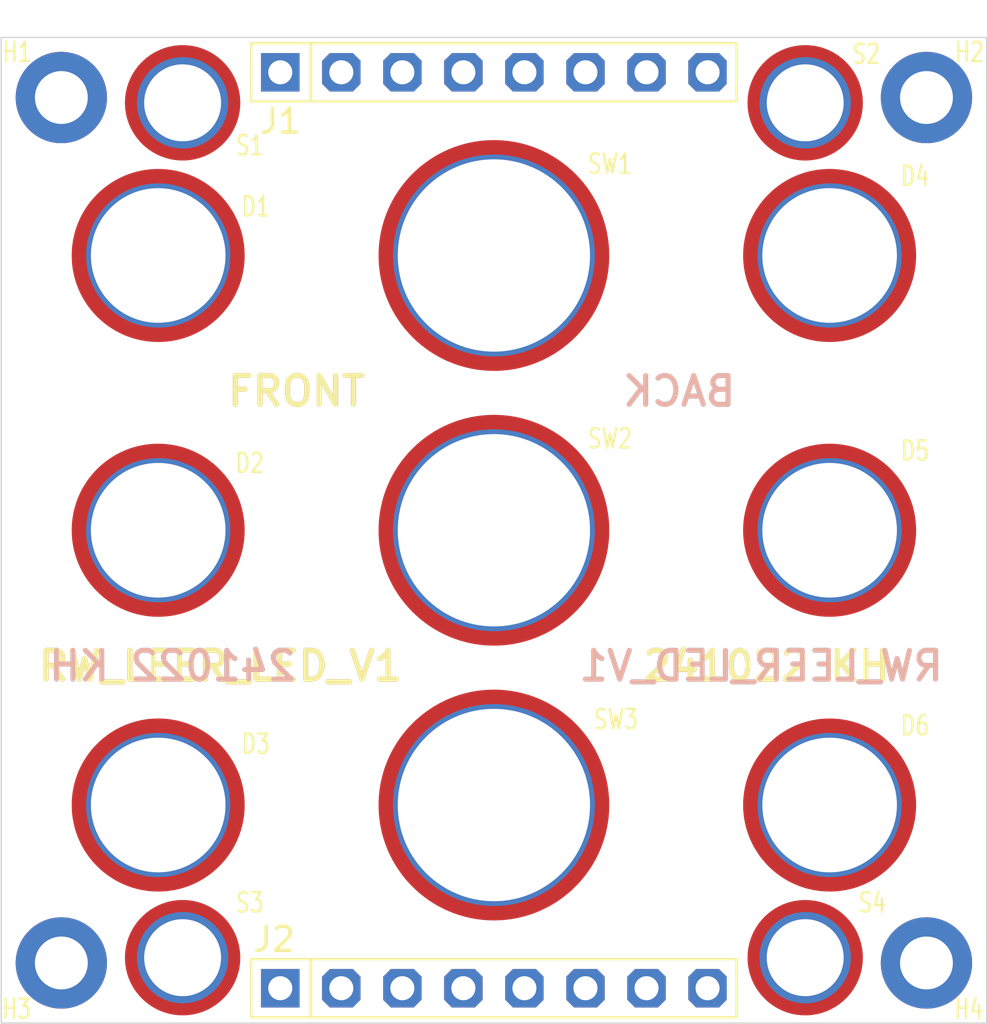
<source format=kicad_pcb>
(kicad_pcb (version 20240108) (generator "pcbnew") (generator_version "8.0")
  (layers (0 "F.Cu" signal) (31 "B.Cu" signal) (34 "B.Paste" user) (35 "F.Paste" user) (36 "B.SilkS" user "B.Silkscreen") (37 "F.SilkS" user "F.Silkscreen") (38 "B.Mask" user) (39 "F.Mask" user) (44 "Edge.Cuts" user))
  (net 0 "")
  (footprint "_kh_library:MountingHole_2.2mm_M2_Pad_TopBottom_kh" (layer "F.Cu") (at 34.07 26.45)
    (property "Reference" "H1" (at -1.8374 -1.8882 0) (layer "F.SilkS") (effects (font (size 0.8 0.6) (thickness 0.1) (bold yes))))
    (property "Value" "MountingHole" (hide yes))
    (pad "1" thru_hole circle (at 0 0) (size 2.6 2.6) (drill 2.2) (layers "*.Cu" "*.Mask"))
    (pad "1" connect circle (at 0 0) (size 3.8 3.8) (layers "F.Cu" "F.Mask"))
    (pad "1" connect circle (at 0 0) (size 3.8 3.8) (layers "B.Cu" "B.Mask"))
  )
  (footprint "_kh_library:MountingHole_2.2mm_M2_Pad_TopBottom_kh" (layer "F.Cu") (at 34.07 62.45)
    (property "Reference" "H3" (at -1.8628 1.9136 0) (layer "F.SilkS") (effects (font (size 0.8 0.6) (thickness 0.1) (bold yes))))
    (property "Value" "MountingHole" (hide yes))
    (pad "1" thru_hole circle (at 0 0) (size 2.6 2.6) (drill 2.2) (layers "*.Cu" "*.Mask"))
    (pad "1" connect circle (at 0 0) (size 3.8 3.8) (layers "F.Cu" "F.Mask"))
    (pad "1" connect circle (at 0 0) (size 3.8 3.8) (layers "B.Cu" "B.Mask"))
  )
  (footprint "_kh_library:Hole_5.6mm_Pad_TopBottom_kh" (layer "F.Cu") (at 66.04 33.02)
    (property "Reference" "D4" (at 3.556 -3.302 0) (layer "F.SilkS") (effects (font (size 0.8 0.6) (thickness 0.1) (bold yes))))
    (property "Value" "Hole" (hide yes))
    (pad "1" connect circle (at 0 0) (size 3.8 3.8) (layers "B.Cu" "B.Mask"))
    (pad "1" thru_hole circle (at 0 0) (size 6 6) (drill 5.6) (layers "*.Cu" "*.Mask"))
    (pad "1" connect circle (at 0 0) (size 7.2 7.2) (layers "F.Cu" "F.Mask"))
  )
  (footprint "_kh_library:Hole_3.2mm_M3_Pad_TopBottom_kh" (layer "F.Cu") (at 39.116 26.67)
    (property "Reference" "S1" (at 2.794 1.778 0) (layer "F.SilkS") (effects (font (size 0.8 0.6) (thickness 0.1) (bold yes))))
    (property "Value" "MountingHole" (hide yes))
    (pad "1" thru_hole circle (at 0 0) (size 3.6 3.6) (drill 3.2) (layers "*.Cu" "*.Mask"))
    (pad "1" connect circle (at 0 0) (size 3.8 3.8) (layers "B.Cu" "B.Mask"))
    (pad "1" connect circle (at 0 0) (size 4.8 4.8) (layers "F.Cu" "F.Mask"))
  )
  (footprint "_kh_library:Hole_5.6mm_Pad_TopBottom_kh" (layer "F.Cu") (at 38.1 33.02)
    (property "Reference" "D1" (at 4.064 -2.032 0) (layer "F.SilkS") (effects (font (size 0.8 0.6) (thickness 0.1) (bold yes))))
    (property "Value" "Hole" (hide yes))
    (pad "1" connect circle (at 0 0) (size 3.8 3.8) (layers "B.Cu" "B.Mask"))
    (pad "1" thru_hole circle (at 0 0) (size 6 6) (drill 5.6) (layers "*.Cu" "*.Mask"))
    (pad "1" connect circle (at 0 0) (size 7.2 7.2) (layers "F.Cu" "F.Mask"))
  )
  (footprint "_kh_library:MountingHole_2.2mm_M2_Pad_TopBottom_kh" (layer "F.Cu") (at 70.07 62.45)
    (property "Reference" "H4" (at 1.7612 1.9136 0) (layer "F.SilkS") (effects (font (size 0.8 0.6) (thickness 0.1) (bold yes))))
    (property "Value" "MountingHole" (hide yes))
    (pad "1" thru_hole circle (at 0 0) (size 2.6 2.6) (drill 2.2) (layers "*.Cu" "*.Mask"))
    (pad "1" connect circle (at 0 0) (size 3.8 3.8) (layers "F.Cu" "F.Mask"))
    (pad "1" connect circle (at 0 0) (size 3.8 3.8) (layers "B.Cu" "B.Mask"))
  )
  (footprint "_kh_library:Hole_3.2mm_M3_Pad_TopBottom_kh" (layer "F.Cu") (at 65.024 62.23)
    (property "Reference" "S4" (at 2.794 -2.286 0) (layer "F.SilkS") (effects (font (size 0.8 0.6) (thickness 0.1) (bold yes))))
    (property "Value" "MountingHole" (hide yes))
    (pad "1" thru_hole circle (at 0 0) (size 3.6 3.6) (drill 3.2) (layers "*.Cu" "*.Mask"))
    (pad "1" connect circle (at 0 0) (size 3.8 3.8) (layers "B.Cu" "B.Mask"))
    (pad "1" connect circle (at 0 0) (size 4.8 4.8) (layers "F.Cu" "F.Mask"))
  )
  (footprint "_kh_library:Hole_5.6mm_Pad_TopBottom_kh" (layer "F.Cu") (at 66.04 44.45)
    (property "Reference" "D5" (at 3.556 -3.302 0) (layer "F.SilkS") (effects (font (size 0.8 0.6) (thickness 0.1) (bold yes))))
    (property "Value" "Hole" (hide yes))
    (pad "1" connect circle (at 0 0) (size 3.8 3.8) (layers "B.Cu" "B.Mask"))
    (pad "1" thru_hole circle (at 0 0) (size 6 6) (drill 5.6) (layers "*.Cu" "*.Mask"))
    (pad "1" connect circle (at 0 0) (size 7.2 7.2) (layers "F.Cu" "F.Mask"))
  )
  (footprint "_kh_library:Hole_5.6mm_Pad_TopBottom_kh" (layer "F.Cu") (at 38.1 55.88)
    (property "Reference" "D3" (at 4.064 -2.54 0) (layer "F.SilkS") (effects (font (size 0.8 0.6) (thickness 0.1) (bold yes))))
    (property "Value" "Hole" (hide yes))
    (pad "1" connect circle (at 0 0) (size 3.8 3.8) (layers "B.Cu" "B.Mask"))
    (pad "1" thru_hole circle (at 0 0) (size 6 6) (drill 5.6) (layers "*.Cu" "*.Mask"))
    (pad "1" connect circle (at 0 0) (size 7.2 7.2) (layers "F.Cu" "F.Mask"))
  )
  (footprint "_kh_library:PinSocket_1x08_P2.54mm_Vertical_kh" (layer "F.Cu") (at 43.18 25.4 90)
    (property "Reference" "J1" (at -2.032 0 0) (layer "F.SilkS"))
    (property "Value" "Conn_01x08_Pin")
    (fp_line (start -1.21 1.27) (end 1.21 1.27) (stroke (width 0.12)) (layer "F.SilkS"))
    (fp_rect (start -1.21 -1.21) (end 1.21 18.99) (stroke (width 0.1)) (fill none) (layer "F.SilkS"))
    (pad "1" thru_hole rect (at 0 0 90) (size 1.6 1.6) (drill 1) (layers "*.Cu" "*.Mask"))
    (pad "2" thru_hole roundrect (at 0 2.54 90) (size 1.6 1.6) (drill 1) (layers "*.Cu" "*.Mask") (roundrect_rratio 0) (chamfer_ratio 0.2) (chamfer top_left top_right bottom_left bottom_right))
    (pad "3" thru_hole roundrect (at 0 5.08 90) (size 1.6 1.6) (drill 1) (layers "*.Cu" "*.Mask") (roundrect_rratio 0) (chamfer_ratio 0.2) (chamfer top_left top_right bottom_left bottom_right))
    (pad "4" thru_hole roundrect (at 0 7.62 90) (size 1.6 1.6) (drill 1) (layers "*.Cu" "*.Mask") (roundrect_rratio 0) (chamfer_ratio 0.2) (chamfer top_left top_right bottom_left bottom_right))
    (pad "5" thru_hole roundrect (at 0 10.16 90) (size 1.6 1.6) (drill 1) (layers "*.Cu" "*.Mask") (roundrect_rratio 0) (chamfer_ratio 0.2) (chamfer top_left top_right bottom_left bottom_right))
    (pad "6" thru_hole roundrect (at 0 12.7 90) (size 1.6 1.6) (drill 1) (layers "*.Cu" "*.Mask") (roundrect_rratio 0) (chamfer_ratio 0.2) (chamfer top_left top_right bottom_left bottom_right))
    (pad "7" thru_hole roundrect (at 0 15.24 90) (size 1.6 1.6) (drill 1) (layers "*.Cu" "*.Mask") (roundrect_rratio 0) (chamfer_ratio 0.2) (chamfer top_left top_right bottom_left bottom_right))
    (pad "8" thru_hole roundrect (at 0 17.78 90) (size 1.6 1.6) (drill 1) (layers "*.Cu" "*.Mask") (roundrect_rratio 0) (chamfer_ratio 0.2) (chamfer top_left top_right bottom_left bottom_right))
  )
  (footprint "_kh_library:Hole_3.2mm_M3_Pad_TopBottom_kh" (layer "F.Cu") (at 39.116 62.23)
    (property "Reference" "S3" (at 2.794 -2.286 0) (layer "F.SilkS") (effects (font (size 0.8 0.6) (thickness 0.1) (bold yes))))
    (property "Value" "MountingHole" (hide yes))
    (pad "1" thru_hole circle (at 0 0) (size 3.6 3.6) (drill 3.2) (layers "*.Cu" "*.Mask"))
    (pad "1" connect circle (at 0 0) (size 3.8 3.8) (layers "B.Cu" "B.Mask"))
    (pad "1" connect circle (at 0 0) (size 4.8 4.8) (layers "F.Cu" "F.Mask"))
  )
  (footprint "_kh_library:MountingHole_2.2mm_M2_Pad_TopBottom_kh" (layer "F.Cu") (at 70.07 26.45)
    (property "Reference" "H2" (at 1.7866 -1.8882 0) (layer "F.SilkS") (effects (font (size 0.8 0.6) (thickness 0.1) (bold yes))))
    (property "Value" "MountingHole" (hide yes))
    (pad "1" thru_hole circle (at 0 0) (size 2.6 2.6) (drill 2.2) (layers "*.Cu" "*.Mask"))
    (pad "1" connect circle (at 0 0) (size 3.8 3.8) (layers "F.Cu" "F.Mask"))
    (pad "1" connect circle (at 0 0) (size 3.8 3.8) (layers "B.Cu" "B.Mask"))
  )
  (footprint "_kh_library:Hole_3.2mm_M3_Pad_TopBottom_kh" (layer "F.Cu") (at 65.024 26.67)
    (property "Reference" "S2" (at 2.54 -2.032 0) (layer "F.SilkS") (effects (font (size 0.8 0.6) (thickness 0.1) (bold yes))))
    (property "Value" "MountingHole" (hide yes))
    (pad "1" thru_hole circle (at 0 0) (size 3.6 3.6) (drill 3.2) (layers "*.Cu" "*.Mask"))
    (pad "1" connect circle (at 0 0) (size 3.8 3.8) (layers "B.Cu" "B.Mask"))
    (pad "1" connect circle (at 0 0) (size 4.8 4.8) (layers "F.Cu" "F.Mask"))
  )
  (footprint "_kh_library:PinSocket_1x08_P2.54mm_Vertical_kh" (layer "F.Cu") (at 43.18 63.5 90)
    (property "Reference" "J2" (at 2.032 -0.254 180) (layer "F.SilkS"))
    (property "Value" "Conn_01x08_Pin" (hide yes))
    (fp_line (start -1.21 1.27) (end 1.21 1.27) (stroke (width 0.12)) (layer "F.SilkS"))
    (fp_rect (start -1.21 -1.21) (end 1.21 18.99) (stroke (width 0.1)) (fill none) (layer "F.SilkS"))
    (pad "1" thru_hole rect (at 0 0 90) (size 1.6 1.6) (drill 1) (layers "*.Cu" "*.Mask"))
    (pad "2" thru_hole roundrect (at 0 2.54 90) (size 1.6 1.6) (drill 1) (layers "*.Cu" "*.Mask") (roundrect_rratio 0) (chamfer_ratio 0.2) (chamfer top_left top_right bottom_left bottom_right))
    (pad "3" thru_hole roundrect (at 0 5.08 90) (size 1.6 1.6) (drill 1) (layers "*.Cu" "*.Mask") (roundrect_rratio 0) (chamfer_ratio 0.2) (chamfer top_left top_right bottom_left bottom_right))
    (pad "4" thru_hole roundrect (at 0 7.62 90) (size 1.6 1.6) (drill 1) (layers "*.Cu" "*.Mask") (roundrect_rratio 0) (chamfer_ratio 0.2) (chamfer top_left top_right bottom_left bottom_right))
    (pad "5" thru_hole roundrect (at 0 10.16 90) (size 1.6 1.6) (drill 1) (layers "*.Cu" "*.Mask") (roundrect_rratio 0) (chamfer_ratio 0.2) (chamfer top_left top_right bottom_left bottom_right))
    (pad "6" thru_hole roundrect (at 0 12.7 90) (size 1.6 1.6) (drill 1) (layers "*.Cu" "*.Mask") (roundrect_rratio 0) (chamfer_ratio 0.2) (chamfer top_left top_right bottom_left bottom_right))
    (pad "7" thru_hole roundrect (at 0 15.24 90) (size 1.6 1.6) (drill 1) (layers "*.Cu" "*.Mask") (roundrect_rratio 0) (chamfer_ratio 0.2) (chamfer top_left top_right bottom_left bottom_right))
    (pad "8" thru_hole roundrect (at 0 17.78 90) (size 1.6 1.6) (drill 1) (layers "*.Cu" "*.Mask") (roundrect_rratio 0) (chamfer_ratio 0.2) (chamfer top_left top_right bottom_left bottom_right))
  )
  (footprint "_kh_library:Hole_8.0mm_Pad_TopBottom_kh" (layer "F.Cu") (at 52.07 33.02)
    (property "Reference" "SW1" (at 4.826 -3.81 0) (layer "F.SilkS") (effects (font (size 0.8 0.6) (thickness 0.1) (bold yes))))
    (property "Value" "Hole" (hide yes))
    (pad "1" connect circle (at 0 0) (size 3.8 3.8) (layers "B.Cu" "B.Mask"))
    (pad "1" thru_hole circle (at 0 0) (size 8.4 8.4) (drill 8) (layers "*.Cu" "*.Mask"))
    (pad "1" connect circle (at 0 0) (size 9.6 9.6) (layers "F.Cu" "F.Mask"))
  )
  (footprint "_kh_library:Hole_5.6mm_Pad_TopBottom_kh" (layer "F.Cu") (at 66.04 55.88)
    (property "Reference" "D6" (at 3.556 -3.302 0) (layer "F.SilkS") (effects (font (size 0.8 0.6) (thickness 0.1) (bold yes))))
    (property "Value" "Hole" (hide yes))
    (pad "1" connect circle (at 0 0) (size 3.8 3.8) (layers "B.Cu" "B.Mask"))
    (pad "1" thru_hole circle (at 0 0) (size 6 6) (drill 5.6) (layers "*.Cu" "*.Mask"))
    (pad "1" connect circle (at 0 0) (size 7.2 7.2) (layers "F.Cu" "F.Mask"))
  )
  (footprint "_kh_library:Hole_8.0mm_Pad_TopBottom_kh" (layer "F.Cu") (at 52.07 55.88)
    (property "Reference" "SW3" (at 5.08 -3.556 0) (layer "F.SilkS") (effects (font (size 0.8 0.6) (thickness 0.1) (bold yes))))
    (property "Value" "Hole" (hide yes))
    (pad "1" connect circle (at 0 0) (size 3.8 3.8) (layers "B.Cu" "B.Mask"))
    (pad "1" thru_hole circle (at 0 0) (size 8.4 8.4) (drill 8) (layers "*.Cu" "*.Mask"))
    (pad "1" connect circle (at 0 0) (size 9.6 9.6) (layers "F.Cu" "F.Mask"))
  )
  (footprint "_kh_library:Hole_5.6mm_Pad_TopBottom_kh" (layer "F.Cu") (at 38.1 44.45)
    (property "Reference" "D2" (at 3.81 -2.794 0) (layer "F.SilkS") (effects (font (size 0.8 0.6) (thickness 0.1) (bold yes))))
    (property "Value" "Hole" (hide yes))
    (pad "1" connect circle (at 0 0) (size 3.8 3.8) (layers "B.Cu" "B.Mask"))
    (pad "1" thru_hole circle (at 0 0) (size 6 6) (drill 5.6) (layers "*.Cu" "*.Mask"))
    (pad "1" connect circle (at 0 0) (size 7.2 7.2) (layers "F.Cu" "F.Mask"))
  )
  (footprint "_kh_library:Hole_8.0mm_Pad_TopBottom_kh" (layer "F.Cu") (at 52.07 44.45)
    (property "Reference" "SW2" (at 4.826 -3.81 0) (layer "F.SilkS") (effects (font (size 0.8 0.6) (thickness 0.1) (bold yes))))
    (property "Value" "Hole" (hide yes))
    (pad "1" connect circle (at 0 0) (size 3.8 3.8) (layers "B.Cu" "B.Mask"))
    (pad "1" thru_hole circle (at 0 0) (size 8.4 8.4) (drill 8) (layers "*.Cu" "*.Mask"))
    (pad "1" connect circle (at 0 0) (size 9.6 9.6) (layers "F.Cu" "F.Mask"))
  )
  (gr_rect (start 31.57 23.95) (end 72.57 64.95) (stroke (width 0.05)) (fill none) (layer "Edge.Cuts"))
  (gr_text "FRONT" (at 40.894 39.37 0) (layer "F.Cu") (effects (font (size 1.2 1.2) (thickness 0.2) (bold yes)) (justify left bottom)))
  (gr_text "241022 KH" (at 58.166 50.8 0) (layer "F.Cu") (effects (font (size 1.2 1.2) (thickness 0.2) (bold yes)) (justify left bottom)))
  (gr_text "RW_LEER_LED_V1" (at 33.02 50.8 0) (layer "F.Cu") (effects (font (size 1.2 1.2) (thickness 0.2) (bold yes)) (justify left bottom)))
  (gr_text "RW_LEER_LED_V1" (at 70.866 50.8 0) (layer "B.Cu") (effects (font (size 1.2 1.2) (thickness 0.2) (bold yes)) (justify left bottom mirror)))
  (gr_text "BACK" (at 62.23 39.37 0) (layer "B.Cu") (effects (font (size 1.2 1.2) (thickness 0.2) (bold yes)) (justify left bottom mirror)))
  (gr_text "241022 KH" (at 43.942 50.8 0) (layer "B.Cu") (effects (font (size 1.2 1.2) (thickness 0.2) (bold yes)) (justify left bottom mirror)))
  (gr_text "RW_LEER_LED_V1" (at 70.866 50.8 0) (layer "B.SilkS") (effects (font (size 1.2 1.2) (thickness 0.2) (bold yes)) (justify left bottom mirror)))
  (gr_text "241022 KH" (at 43.942 50.8 0) (layer "B.SilkS") (effects (font (size 1.2 1.2) (thickness 0.2) (bold yes)) (justify left bottom mirror)))
  (gr_text "BACK" (at 62.23 39.37 0) (layer "B.SilkS") (effects (font (size 1.2 1.2) (thickness 0.2) (bold yes)) (justify left bottom mirror)))
  (gr_text "241022 KH" (at 58.166 50.8 0) (layer "F.SilkS") (effects (font (size 1.2 1.2) (thickness 0.2) (bold yes)) (justify left bottom)))
  (gr_text "FRONT" (at 40.894 39.37 0) (layer "F.SilkS") (effects (font (size 1.2 1.2) (thickness 0.2) (bold yes)) (justify left bottom)))
  (gr_text "RW_LEER_LED_V1" (at 33.02 50.8 0) (layer "F.SilkS") (effects (font (size 1.2 1.2) (thickness 0.2) (bold yes)) (justify left bottom)))
)
</source>
